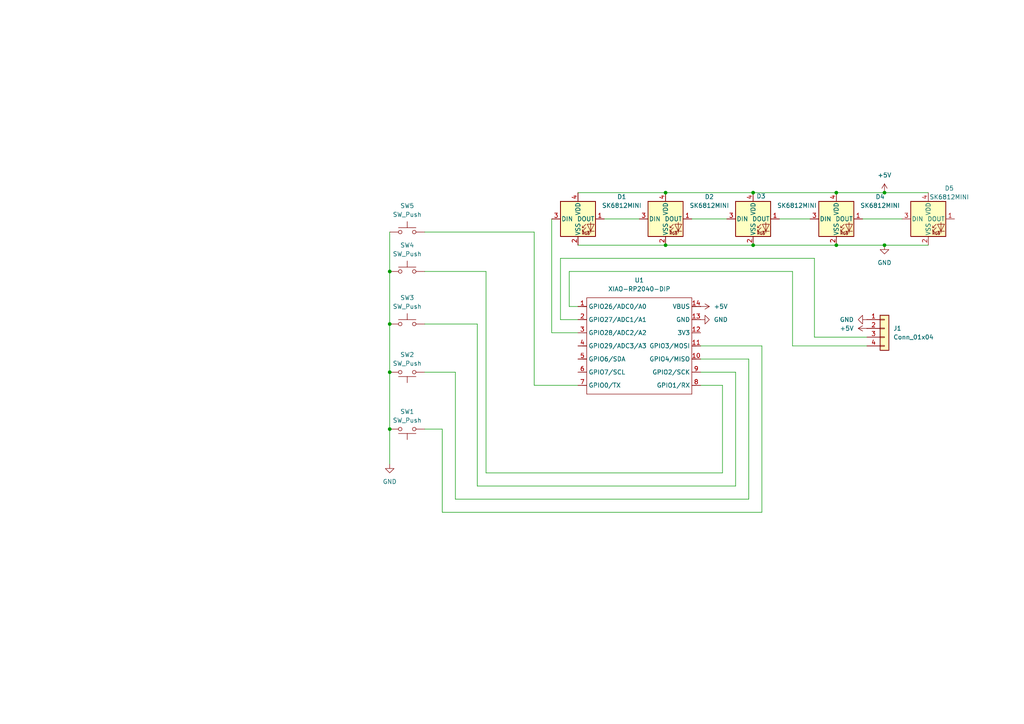
<source format=kicad_sch>
(kicad_sch (version 20250114) (generator "eeschema") (generator_version "9.0")
  (paper "A4")
  (lib_symbols
    (symbol "Connector_Generic:Conn_01x04" (pin_names (offset 1.016) (hide yes))
      (property "Reference" "J" (at 0 5.08 0))
      (property "Value" "Conn_01x04" (at 0 -7.62 0))
      (symbol "Conn_01x04_1_1"
        (rectangle (start -1.27 3.81) (end 1.27 -6.35) (stroke (width 0.254)) (fill (type background)))
        (rectangle (start -1.27 2.667) (end 0 2.413) (stroke (width 0.1524)))
        (rectangle (start -1.27 0.127) (end 0 -0.127) (stroke (width 0.1524)))
        (rectangle (start -1.27 -2.413) (end 0 -2.667) (stroke (width 0.1524)))
        (rectangle (start -1.27 -4.953) (end 0 -5.207) (stroke (width 0.1524)))
        (pin passive line (at -5.08 2.54 0) (length 3.81) (name "Pin_1") (number "1"))
        (pin passive line (at -5.08 0 0) (length 3.81) (name "Pin_2") (number "2"))
        (pin passive line (at -5.08 -2.54 0) (length 3.81) (name "Pin_3") (number "3"))
        (pin passive line (at -5.08 -5.08 0) (length 3.81) (name "Pin_4") (number "4"))
      )
    )
    (symbol "LED:SK6812MINI" (pin_names (offset 0.254))
      (property "Reference" "D" (at 5.08 5.715 0))
      (property "Value" "SK6812MINI" (at 1.27 -5.715 0))
      (symbol "SK6812MINI_0_0"
        (text "RGB" (at 2.286 -4.191 0) (effects (font (size 0.762 0.762))))
      )
      (symbol "SK6812MINI_0_1"
        (polyline (pts (xy 1.27 -2.54) (xy 1.778 -2.54)))
        (polyline (pts (xy 1.27 -3.556) (xy 1.778 -3.556)))
        (polyline (pts (xy 2.286 -1.524) (xy 1.27 -2.54) (xy 1.27 -2.032)))
        (polyline (pts (xy 2.286 -2.54) (xy 1.27 -3.556) (xy 1.27 -3.048)))
        (polyline (pts (xy 3.683 -1.016) (xy 3.683 -3.556) (xy 3.683 -4.064)))
        (polyline (pts (xy 4.699 -1.524) (xy 2.667 -1.524) (xy 3.683 -3.556) (xy 4.699 -1.524)))
        (polyline (pts (xy 4.699 -3.556) (xy 2.667 -3.556)))
        (rectangle (start 5.08 5.08) (end -5.08 -5.08) (stroke (width 0.254)) (fill (type background)))
      )
      (symbol "SK6812MINI_1_1"
        (pin input line (at -7.62 0 0) (length 2.54) (name "DIN") (number "3"))
        (pin power_in line (at 0 7.62 270) (length 2.54) (name "VDD") (number "4"))
        (pin power_in line (at 0 -7.62 90) (length 2.54) (name "VSS") (number "2"))
        (pin output line (at 7.62 0 180) (length 2.54) (name "DOUT") (number "1"))
      )
    )
    (symbol "OPL:XIAO-RP2040-DIP"
      (property "Reference" "U" (at 0 0 0))
      (property "Value" "XIAO-RP2040-DIP" (at 5.334 -1.778 0))
      (symbol "XIAO-RP2040-DIP_1_0"
        (polyline (pts (xy -1.27 -2.54) (xy 29.21 -2.54)) (stroke (width 0.1524)))
        (polyline (pts (xy -1.27 -5.08) (xy -2.54 -5.08)) (stroke (width 0.1524)))
        (polyline (pts (xy -1.27 -5.08) (xy -1.27 -2.54)) (stroke (width 0.1524)))
        (polyline (pts (xy -1.27 -8.89) (xy -2.54 -8.89)) (stroke (width 0.1524)))
        (polyline (pts (xy -1.27 -8.89) (xy -1.27 -5.08)) (stroke (width 0.1524)))
        (polyline (pts (xy -1.27 -12.7) (xy -2.54 -12.7)) (stroke (width 0.1524)))
        (polyline (pts (xy -1.27 -12.7) (xy -1.27 -8.89)) (stroke (width 0.1524)))
        (polyline (pts (xy -1.27 -16.51) (xy -2.54 -16.51)) (stroke (width 0.1524)))
        (polyline (pts (xy -1.27 -16.51) (xy -1.27 -12.7)) (stroke (width 0.1524)))
        (polyline (pts (xy -1.27 -20.32) (xy -2.54 -20.32)) (stroke (width 0.1524)))
        (polyline (pts (xy -1.27 -24.13) (xy -2.54 -24.13)) (stroke (width 0.1524)))
        (polyline (pts (xy -1.27 -27.94) (xy -2.54 -27.94)) (stroke (width 0.1524)))
        (polyline (pts (xy -1.27 -30.48) (xy -1.27 -16.51)) (stroke (width 0.1524)))
        (polyline (pts (xy 29.21 -2.54) (xy 29.21 -5.08)) (stroke (width 0.1524)))
        (polyline (pts (xy 29.21 -5.08) (xy 29.21 -8.89)) (stroke (width 0.1524)))
        (polyline (pts (xy 29.21 -8.89) (xy 29.21 -12.7)) (stroke (width 0.1524)))
        (polyline (pts (xy 29.21 -12.7) (xy 29.21 -30.48)) (stroke (width 0.1524)))
        (polyline (pts (xy 29.21 -30.48) (xy -1.27 -30.48)) (stroke (width 0.1524)))
        (polyline (pts (xy 30.48 -5.08) (xy 29.21 -5.08)) (stroke (width 0.1524)))
        (polyline (pts (xy 30.48 -8.89) (xy 29.21 -8.89)) (stroke (width 0.1524)))
        (polyline (pts (xy 30.48 -12.7) (xy 29.21 -12.7)) (stroke (width 0.1524)))
        (polyline (pts (xy 30.48 -16.51) (xy 29.21 -16.51)) (stroke (width 0.1524)))
        (polyline (pts (xy 30.48 -20.32) (xy 29.21 -20.32)) (stroke (width 0.1524)))
        (polyline (pts (xy 30.48 -24.13) (xy 29.21 -24.13)) (stroke (width 0.1524)))
        (polyline (pts (xy 30.48 -27.94) (xy 29.21 -27.94)) (stroke (width 0.1524)))
        (pin passive line (at -3.81 -5.08 0) (length 2.54) (name "GPIO26/ADC0/A0") (number "1"))
        (pin passive line (at -3.81 -8.89 0) (length 2.54) (name "GPIO27/ADC1/A1") (number "2"))
        (pin passive line (at -3.81 -12.7 0) (length 2.54) (name "GPIO28/ADC2/A2") (number "3"))
        (pin passive line (at -3.81 -16.51 0) (length 2.54) (name "GPIO29/ADC3/A3") (number "4"))
        (pin passive line (at -3.81 -20.32 0) (length 2.54) (name "GPIO6/SDA") (number "5"))
        (pin passive line (at -3.81 -24.13 0) (length 2.54) (name "GPIO7/SCL") (number "6"))
        (pin passive line (at -3.81 -27.94 0) (length 2.54) (name "GPIO0/TX") (number "7"))
        (pin passive line (at 31.75 -5.08 180) (length 2.54) (name "VBUS") (number "14"))
        (pin passive line (at 31.75 -8.89 180) (length 2.54) (name "GND") (number "13"))
        (pin passive line (at 31.75 -12.7 180) (length 2.54) (name "3V3") (number "12"))
        (pin passive line (at 31.75 -16.51 180) (length 2.54) (name "GPIO3/MOSI") (number "11"))
        (pin passive line (at 31.75 -20.32 180) (length 2.54) (name "GPIO4/MISO") (number "10"))
        (pin passive line (at 31.75 -24.13 180) (length 2.54) (name "GPIO2/SCK") (number "9"))
        (pin passive line (at 31.75 -27.94 180) (length 2.54) (name "GPIO1/RX") (number "8"))
      )
    )
    (symbol "Switch:SW_Push" (pin_numbers (hide yes)) (pin_names (offset 1.016) (hide yes))
      (property "Reference" "SW" (at 1.27 2.54 0))
      (property "Value" "SW_Push" (at 0 -1.524 0))
      (symbol "SW_Push_0_1"
        (circle (center -2.032 0) (radius 0.508))
        (polyline (pts (xy 0 1.27) (xy 0 3.048)))
        (circle (center 2.032 0) (radius 0.508))
        (polyline (pts (xy 2.54 1.27) (xy -2.54 1.27)))
        (pin passive line (at -5.08 0 0) (length 2.54) (name "1") (number "1"))
        (pin passive line (at 5.08 0 180) (length 2.54) (name "2") (number "2"))
      )
    )
    (symbol "power:+5V" (power) (pin_numbers (hide yes)) (pin_names (offset 0) (hide yes))
      (property "Value" "+5V" (at 0 3.556 0))
      (symbol "+5V_0_1"
        (polyline (pts (xy -0.762 1.27) (xy 0 2.54)))
        (polyline (pts (xy 0 2.54) (xy 0.762 1.27)))
        (polyline (pts (xy 0 0) (xy 0 2.54)))
      )
      (symbol "+5V_1_1"
        (pin power_in line (at 0 0 90) (length 0) (name "~") (number "1"))
      )
    )
    (symbol "power:GND" (power) (pin_numbers (hide yes)) (pin_names (offset 0) (hide yes))
      (property "Value" "GND" (at 0 -3.81 0))
      (symbol "GND_0_1"
        (polyline (pts (xy 0 0) (xy 0 -1.27) (xy 1.27 -1.27) (xy 0 -2.54) (xy -1.27 -1.27) (xy 0 -1.27)))
      )
      (symbol "GND_1_1"
        (pin power_in line (at 0 0 270) (length 0) (name "~") (number "1"))
      )
    )
  )
  (junction (at 113.03 124.46))
  (junction (at 113.03 78.74))
  (junction (at 113.03 107.95))
  (junction (at 113.03 93.98))
  (junction (at 242.57 55.88))
  (junction (at 256.54 55.88))
  (junction (at 193.04 55.88))
  (junction (at 193.04 71.12))
  (junction (at 242.57 71.12))
  (junction (at 256.54 71.12))
  (junction (at 218.44 71.12))
  (junction (at 218.44 55.88))
  (wire (pts (xy 218.44 55.88) (xy 242.57 55.88)))
  (wire (pts (xy 128.27 124.46) (xy 128.27 148.59)))
  (wire (pts (xy 113.03 93.98) (xy 113.03 107.95)))
  (wire (pts (xy 138.43 93.98) (xy 138.43 140.97)))
  (wire (pts (xy 113.03 78.74) (xy 113.03 93.98)))
  (wire (pts (xy 175.26 63.5) (xy 185.42 63.5)))
  (wire (pts (xy 162.56 92.71) (xy 167.64 92.71)))
  (wire (pts (xy 256.54 71.12) (xy 269.24 71.12)))
  (wire (pts (xy 132.08 144.78) (xy 132.08 107.95)))
  (wire (pts (xy 193.04 71.12) (xy 218.44 71.12)))
  (wire (pts (xy 242.57 55.88) (xy 256.54 55.88)))
  (wire (pts (xy 200.66 63.5) (xy 210.82 63.5)))
  (wire (pts (xy 229.87 100.33) (xy 229.87 78.74)))
  (wire (pts (xy 251.46 100.33) (xy 229.87 100.33)))
  (wire (pts (xy 167.64 71.12) (xy 193.04 71.12)))
  (wire (pts (xy 193.04 55.88) (xy 218.44 55.88)))
  (wire (pts (xy 220.98 148.59) (xy 220.98 100.33)))
  (wire (pts (xy 132.08 107.95) (xy 123.19 107.95)))
  (wire (pts (xy 203.2 111.76) (xy 209.55 111.76)))
  (wire (pts (xy 236.22 97.79) (xy 236.22 74.93)))
  (wire (pts (xy 162.56 74.93) (xy 162.56 92.71)))
  (wire (pts (xy 250.19 63.5) (xy 261.62 63.5)))
  (wire (pts (xy 165.1 88.9) (xy 167.64 88.9)))
  (wire (pts (xy 113.03 107.95) (xy 113.03 124.46)))
  (wire (pts (xy 218.44 71.12) (xy 242.57 71.12)))
  (wire (pts (xy 140.97 137.16) (xy 140.97 78.74)))
  (wire (pts (xy 217.17 104.14) (xy 217.17 144.78)))
  (wire (pts (xy 113.03 67.31) (xy 113.03 78.74)))
  (wire (pts (xy 213.36 140.97) (xy 213.36 107.95)))
  (wire (pts (xy 165.1 78.74) (xy 165.1 88.9)))
  (wire (pts (xy 209.55 137.16) (xy 209.55 111.76)))
  (wire (pts (xy 203.2 107.95) (xy 213.36 107.95)))
  (wire (pts (xy 123.19 67.31) (xy 154.94 67.31)))
  (wire (pts (xy 226.06 63.5) (xy 234.95 63.5)))
  (wire (pts (xy 154.94 111.76) (xy 167.64 111.76)))
  (wire (pts (xy 217.17 144.78) (xy 132.08 144.78)))
  (wire (pts (xy 209.55 137.16) (xy 140.97 137.16)))
  (wire (pts (xy 128.27 148.59) (xy 220.98 148.59)))
  (wire (pts (xy 140.97 78.74) (xy 123.19 78.74)))
  (wire (pts (xy 242.57 71.12) (xy 256.54 71.12)))
  (wire (pts (xy 138.43 140.97) (xy 213.36 140.97)))
  (wire (pts (xy 256.54 55.88) (xy 269.24 55.88)))
  (wire (pts (xy 203.2 100.33) (xy 220.98 100.33)))
  (wire (pts (xy 154.94 67.31) (xy 154.94 111.76)))
  (wire (pts (xy 167.64 55.88) (xy 193.04 55.88)))
  (wire (pts (xy 203.2 104.14) (xy 217.17 104.14)))
  (wire (pts (xy 251.46 97.79) (xy 236.22 97.79)))
  (wire (pts (xy 123.19 93.98) (xy 138.43 93.98)))
  (wire (pts (xy 160.02 63.5) (xy 160.02 96.52)))
  (wire (pts (xy 123.19 124.46) (xy 128.27 124.46)))
  (wire (pts (xy 160.02 96.52) (xy 167.64 96.52)))
  (wire (pts (xy 229.87 78.74) (xy 165.1 78.74)))
  (wire (pts (xy 113.03 124.46) (xy 113.03 134.62)))
  (wire (pts (xy 236.22 74.93) (xy 162.56 74.93)))
  (symbol (lib_id "Switch:SW_Push") (at 118.11 107.95 180) (unit 1)
    (property "Reference" "SW2" (at 118.11 102.87 0))
    (property "Value" "SW_Push" (at 118.11 105.41 0))
    (property "Footprint" "Button_Switch_Keyboard:SW_Cherry_MX_1.00u_PCB" (effects (hide yes)))
    (property "Description" "Push button switch, generic, two pins" (effects (hide yes)))
  )
  (symbol (lib_id "Switch:SW_Push") (at 118.11 124.46 180) (unit 1)
    (property "Reference" "SW1" (at 118.11 119.38 0))
    (property "Value" "SW_Push" (at 118.11 121.92 0))
    (property "Footprint" "Button_Switch_Keyboard:SW_Cherry_MX_1.00u_PCB" (effects (hide yes)))
    (property "Description" "Push button switch, generic, two pins" (effects (hide yes)))
  )
  (symbol (lib_id "power:GND") (at 256.54 71.12 0) (unit 1)
    (property "Reference" "#PWR04" (effects (hide yes)))
    (property "Value" "GND" (at 256.54 76.2 0))
    (property "Description" "Power symbol creates a global label with name \"GND\" , ground" (effects (hide yes)))
  )
  (symbol (lib_id "LED:SK6812MINI") (at 167.64 63.5 0) (unit 1)
    (property "Reference" "D1" (at 180.34 57.0798 0))
    (property "Value" "SK6812MINI" (at 180.34 59.6198 0))
    (property "Footprint" "LED_SMD:LED_SK6812MINI_PLCC4_3.5x3.5mm_P1.75mm" (effects (hide yes)))
    (property "Datasheet" "https://cdn-shop.adafruit.com/product-files/2686/SK6812MINI_REV.01-1-2.pdf" (effects (hide yes)))
    (property "Description" "RGB LED with integrated controller" (effects (hide yes)))
  )
  (symbol (lib_id "power:+5V") (at 203.2 88.9 270) (unit 1)
    (property "Reference" "#PWR01" (effects (hide yes)))
    (property "Value" "+5V" (at 207.01 88.8999 90) (effects (justify left)))
    (property "Description" "Power symbol creates a global label with name \"+5V\"" (effects (hide yes)))
  )
  (symbol (lib_id "power:+5V") (at 251.46 95.25 90) (unit 1)
    (property "Reference" "#PWR07" (effects (hide yes)))
    (property "Value" "+5V" (at 247.65 95.2499 90) (effects (justify left)))
    (property "Description" "Power symbol creates a global label with name \"+5V\"" (effects (hide yes)))
  )
  (symbol (lib_id "power:+5V") (at 256.54 55.88 0) (unit 1)
    (property "Reference" "#PWR05" (effects (hide yes)))
    (property "Value" "+5V" (at 256.54 50.8 0))
    (property "Description" "Power symbol creates a global label with name \"+5V\"" (effects (hide yes)))
  )
  (symbol (lib_id "power:GND") (at 251.46 92.71 270) (unit 1)
    (property "Reference" "#PWR06" (effects (hide yes)))
    (property "Value" "GND" (at 247.65 92.7099 90) (effects (justify right)))
    (property "Description" "Power symbol creates a global label with name \"GND\" , ground" (effects (hide yes)))
  )
  (symbol (lib_id "OPL:XIAO-RP2040-DIP") (at 171.45 83.82 0) (unit 1)
    (property "Reference" "U1" (at 185.42 81.28 0))
    (property "Value" "XIAO-RP2040-DIP" (at 185.42 83.82 0))
    (property "Footprint" "OPL:XIAO-RP2040-DIP" (effects (hide yes)))
  )
  (symbol (lib_id "power:GND") (at 203.2 92.71 90) (unit 1)
    (property "Reference" "#PWR03" (effects (hide yes)))
    (property "Value" "GND" (at 207.01 92.7099 90) (effects (justify right)))
    (property "Description" "Power symbol creates a global label with name \"GND\" , ground" (effects (hide yes)))
  )
  (symbol (lib_id "LED:SK6812MINI") (at 242.57 63.5 0) (unit 1)
    (property "Reference" "D4" (at 255.27 57.0798 0))
    (property "Value" "SK6812MINI" (at 255.27 59.6198 0))
    (property "Footprint" "LED_SMD:LED_SK6812MINI_PLCC4_3.5x3.5mm_P1.75mm" (effects (hide yes)))
    (property "Datasheet" "https://cdn-shop.adafruit.com/product-files/2686/SK6812MINI_REV.01-1-2.pdf" (effects (hide yes)))
    (property "Description" "RGB LED with integrated controller" (effects (hide yes)))
  )
  (symbol (lib_id "Switch:SW_Push") (at 118.11 67.31 0) (unit 1)
    (property "Reference" "SW5" (at 118.11 59.69 0))
    (property "Value" "SW_Push" (at 118.11 62.23 0))
    (property "Footprint" "Button_Switch_Keyboard:SW_Cherry_MX_1.00u_PCB" (effects (hide yes)))
    (property "Description" "Push button switch, generic, two pins" (effects (hide yes)))
  )
  (symbol (lib_id "LED:SK6812MINI") (at 193.04 63.5 0) (unit 1)
    (property "Reference" "D2" (at 205.74 57.0798 0))
    (property "Value" "SK6812MINI" (at 205.74 59.6198 0))
    (property "Footprint" "LED_SMD:LED_SK6812MINI_PLCC4_3.5x3.5mm_P1.75mm" (effects (hide yes)))
    (property "Datasheet" "https://cdn-shop.adafruit.com/product-files/2686/SK6812MINI_REV.01-1-2.pdf" (effects (hide yes)))
    (property "Description" "RGB LED with integrated controller" (effects (hide yes)))
  )
  (symbol (lib_id "Switch:SW_Push") (at 118.11 78.74 0) (unit 1)
    (property "Reference" "SW4" (at 118.11 71.12 0))
    (property "Value" "SW_Push" (at 118.11 73.66 0))
    (property "Footprint" "Button_Switch_Keyboard:SW_Cherry_MX_1.00u_PCB" (effects (hide yes)))
    (property "Description" "Push button switch, generic, two pins" (effects (hide yes)))
  )
  (symbol (lib_id "power:GND") (at 113.03 134.62 0) (unit 1)
    (property "Reference" "#PWR02" (effects (hide yes)))
    (property "Value" "GND" (at 113.03 139.7 0))
    (property "Description" "Power symbol creates a global label with name \"GND\" , ground" (effects (hide yes)))
  )
  (symbol (lib_id "Switch:SW_Push") (at 118.11 93.98 0) (unit 1)
    (property "Reference" "SW3" (at 118.11 86.36 0))
    (property "Value" "SW_Push" (at 118.11 88.9 0))
    (property "Footprint" "Button_Switch_Keyboard:SW_Cherry_MX_1.00u_PCB" (effects (hide yes)))
    (property "Description" "Push button switch, generic, two pins" (effects (hide yes)))
  )
  (symbol (lib_id "LED:SK6812MINI") (at 269.24 63.5 0) (unit 1)
    (property "Reference" "D5" (at 275.336 54.61 0))
    (property "Value" "SK6812MINI" (at 275.336 57.15 0))
    (property "Footprint" "LED_SMD:LED_SK6812MINI_PLCC4_3.5x3.5mm_P1.75mm" (effects (hide yes)))
    (property "Datasheet" "https://cdn-shop.adafruit.com/product-files/2686/SK6812MINI_REV.01-1-2.pdf" (effects (hide yes)))
    (property "Description" "RGB LED with integrated controller" (effects (hide yes)))
  )
  (symbol (lib_id "Connector_Generic:Conn_01x04") (at 256.54 95.25 0) (unit 1)
    (property "Reference" "J1" (at 259.08 95.2499 0) (effects (justify left)))
    (property "Value" "Conn_01x04" (at 259.08 97.7899 0) (effects (justify left)))
    (property "Footprint" "display:SSD1306-0.91-OLED-4pin-128x32" (effects (hide yes)))
    (property "Description" "Generic connector, single row, 01x04, script generated (kicad-library-utils/schlib/autogen/connector/)" (effects (hide yes)))
  )
  (symbol (lib_id "LED:SK6812MINI") (at 218.44 63.5 0) (unit 1)
    (property "Reference" "D3" (at 220.726 56.896 0))
    (property "Value" "SK6812MINI" (at 231.14 59.6198 0))
    (property "Footprint" "LED_SMD:LED_SK6812MINI_PLCC4_3.5x3.5mm_P1.75mm" (effects (hide yes)))
    (property "Datasheet" "https://cdn-shop.adafruit.com/product-files/2686/SK6812MINI_REV.01-1-2.pdf" (effects (hide yes)))
    (property "Description" "RGB LED with integrated controller" (effects (hide yes)))
  )
)
</source>
